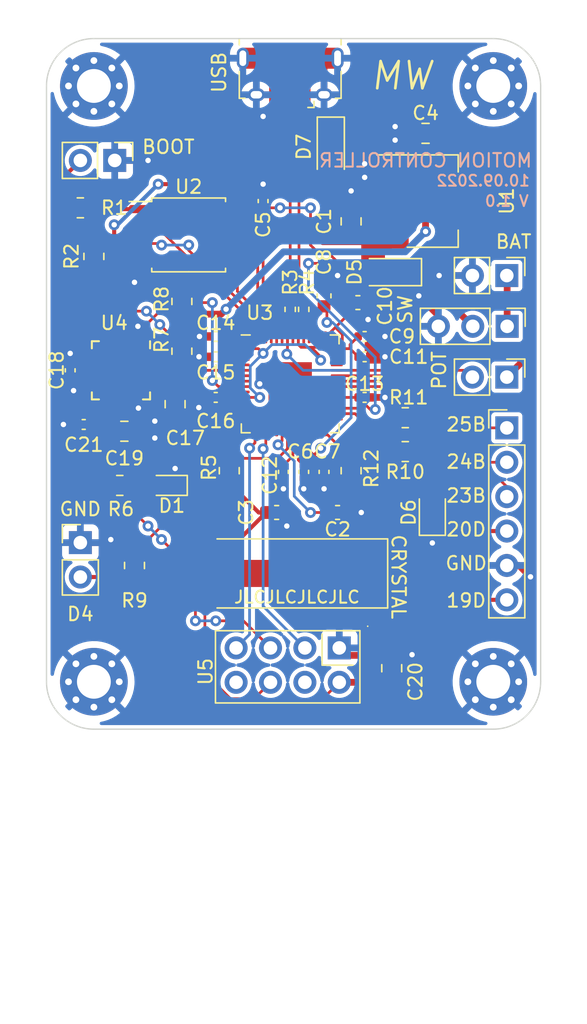
<source format=kicad_pcb>
(kicad_pcb (version 20211014) (generator pcbnew)
  (layers (0 "F.Cu" signal) (31 "B.Cu" power) (34 "B.Paste" user) (35 "F.Paste" user) (36 "B.SilkS" user "B.Silkscreen") (37 "F.SilkS" user "F.Silkscreen") (38 "B.Mask" user) (39 "F.Mask" user) (44 "Edge.Cuts" user))
  (net 0 "")
  (net 1 "BAT_IN")
  (net 2 "GND")
  (net 3 "+5V")
  (net 4 "XIN")
  (net 5 "Net-(C3-Pad2)")
  (net 6 "+3.3V")
  (net 7 "+3V3")
  (net 8 "+1V1")
  (net 9 "Net-(C17-Pad1)")
  (net 10 "Net-(C18-Pad1)")
  (net 11 "Net-(D1-Pad2)")
  (net 12 "BAT_OUT")
  (net 13 "Net-(D4-Pad2)")
  (net 14 "USB_D-")
  (net 15 "USB_D+")
  (net 17 "GPIO26")
  (net 18 "Net-(J5-Pad2)")
  (net 19 "Net-(R1-Pad1)")
  (net 20 "Net-(R3-Pad2)")
  (net 21 "Net-(R4-Pad2)")
  (net 22 "XOUT")
  (net 23 "SCL")
  (net 24 "SDA")
  (net 25 "QSPI_SD1")
  (net 26 "QSPI_SD2")
  (net 27 "QSPI_SD0")
  (net 28 "QSPI_SCLK")
  (net 29 "QSPI_SD3")
  (net 31 "GPIO9")
  (net 32 "SCK")
  (net 33 "MOSI")
  (net 34 "MISO")
  (net 35 "CE")
  (net 63 "GPIO25")
  (net 64 "GPIO24")
  (net 65 "GPIO23")
  (net 68 "Net-(D6-Pad2)")
  (net 69 "Net-(R12-Pad1)")
  (net 70 "GPIO19")
  (net 71 "GPIO20")
  (net 74 "Net-(D7-Pad1)")
  (net 80 "Net-(J6-Pad4)")
  (net 81 "Net-(J6-Pad6)")
  (footprint "Capacitor_SMD:C_0402_1005Metric" (layer "F.Cu") (at 215 116)
    (fp_text reference "C9")
    (fp_text value "100n")
  )
  (footprint "Resistor_SMD:R_0402_1005Metric" (layer "F.Cu") (at 210.5 114 -90)
    (fp_text reference "R4")
    (fp_text value "27.4")
  )
  (footprint "Capacitor_SMD:C_0603_1608Metric" (layer "F.Cu") (at 214.5 113.5)
    (fp_text reference "C10")
    (fp_text value "1u")
  )
  (footprint "MountingHole:MountingHole_2.5mm_Pad_Via" (layer "F.Cu") (at 195 97.5)
    (fp_text reference "H4")
    (fp_text value "MountingHole_Pad")
  )
  (footprint "Capacitor_SMD:C_0402_1005Metric" (layer "F.Cu") (at 209 126 -90)
    (fp_text reference "C12")
    (fp_text value "100n")
  )
  (footprint "MountingHole:MountingHole_2.5mm_Pad_Via" (layer "F.Cu") (at 224.5 141.5)
    (fp_text reference "H2")
    (fp_text value "MountingHole_Pad")
  )
  (footprint "Capacitor_SMD:C_0603_1608Metric" (layer "F.Cu") (at 212 113 90)
    (fp_text reference "C8")
    (fp_text value "1u")
  )
  (footprint "Capacitor_SMD:C_0805_2012Metric" (layer "F.Cu") (at 217 140.5 90)
    (fp_text reference "C20")
    (fp_text value "10u")
  )
  (footprint "Connector_USB:USB_Micro-B_Amphenol_10118194_Horizontal" (layer "F.Cu") (at 209.5 96.75 180)
    (fp_text reference "J1")
    (fp_text value "USB_B_Micro")
  )
  (footprint "Package_TO_SOT_SMD:SOT-223-3_TabPin2" (layer "F.Cu") (at 220 106)
    (fp_text reference "U1")
    (fp_text value "NCP1117-3.3_SOT223")
  )
  (footprint "MountingHole:MountingHole_2.5mm_Pad_Via" (layer "F.Cu") (at 195 141.5)
    (fp_text reference "H3")
    (fp_text value "MountingHole_Pad")
  )
  (footprint "Capacitor_SMD:C_0603_1608Metric" (layer "F.Cu") (at 213 129 180)
    (fp_text reference "C2")
    (fp_text value "30p")
  )
  (footprint "Capacitor_SMD:C_0402_1005Metric" (layer "F.Cu") (at 215 120.5)
    (fp_text reference "C13")
    (fp_text value "100n")
  )
  (footprint "Connector_PinHeader_2.54mm:PinHeader_1x03_P2.54mm_Vertical" (layer "F.Cu") (at 225.525 115.25 -90)
    (fp_text reference "J3")
    (fp_text value "POWER SWITCH")
  )
  (footprint "Diode_SMD:D_SOD-123F" (layer "F.Cu") (at 217 111.25 180)
    (fp_text reference "D5")
    (fp_text value "DIODE")
  )
  (footprint "Capacitor_SMD:C_0805_2012Metric" (layer "F.Cu") (at 214 107.5 90)
    (fp_text reference "C1")
    (fp_text value "10u")
  )
  (footprint "LED_SMD:LED_0603_1608Metric" (layer "F.Cu") (at 200.4125 127 180)
    (fp_text reference "D1")
    (fp_text value "LED")
  )
  (footprint "Connector_PinHeader_2.54mm:PinHeader_1x02_P2.54mm_Vertical" (layer "F.Cu") (at 196.54 103 -90)
    (fp_text reference "J5")
    (fp_text value "Conn_01x02")
  )
  (footprint "Capacitor_SMD:C_0603_1608Metric" (layer "F.Cu") (at 208.5 129 180)
    (fp_text reference "C3")
    (fp_text value "30p")
  )
  (footprint "Resistor_SMD:R_0805_2012Metric" (layer "F.Cu") (at 194 106.5 180)
    (fp_text reference "R1")
    (fp_text value "1k")
  )
  (footprint "Crystal:Crystal_SMD_HC49-SD" (layer "F.Cu") (at 210 133.5 180)
    (fp_text reference "Y1")
    (fp_text value "HD 72012000RW1 12mhz")
  )
  (footprint "Resistor_SMD:R_0805_2012Metric" (layer "F.Cu") (at 196.9125 127 180)
    (fp_text reference "R6")
    (fp_text value "1k")
  )
  (footprint "Resistor_SMD:R_0805_2012Metric" (layer "F.Cu") (at 218 124.5 180)
    (fp_text reference "R10")
    (fp_text value "1k")
  )
  (footprint "Connector_PinHeader_2.54mm:PinHeader_1x06_P2.54mm_Vertical" (layer "F.Cu") (at 225.5 122.75)
    (fp_text reference "J6")
    (fp_text value "Conn")
  )
  (footprint "Diode_SMD:D_SOD-123F" (layer "F.Cu") (at 212.5 102 -90)
    (fp_text reference "D7")
    (fp_text value "DIODE")
  )
  (footprint "Package_DFN_QFN:QFN-56-1EP_7x7mm_P0.4mm_EP3.2x3.2mm" (layer "F.Cu") (at 209.5 119.5)
    (fp_text reference "U3")
    (fp_text value "RP2040")
  )
  (footprint "Connector_PinHeader_2.54mm:PinHeader_1x02_P2.54mm_Vertical" (layer "F.Cu") (at 225.5 119 -90)
    (fp_text reference "J4")
    (fp_text value "POTENTIOMETR")
  )
  (footprint "RF_Module:nRF24L01_Breakout" (layer "F.Cu") (at 213.125 139 -90)
    (fp_text reference "U5")
    (fp_text value "NRF24L01_Breakout")
  )
  (footprint "Resistor_SMD:R_0805_2012Metric" (layer "F.Cu") (at 201.5 113.4125 90)
    (fp_text reference "R8")
    (fp_text value "2.2k")
  )
  (footprint "Capacitor_SMD:C_0402_1005Metric" (layer "F.Cu") (at 204 120.5 180)
    (fp_text reference "C16")
    (fp_text value "100n")
  )
  (footprint "Resistor_SMD:R_0805_2012Metric" (layer "F.Cu") (at 195 110.0875 90)
    (fp_text reference "R2")
    (fp_text value "DNF")
  )
  (footprint "Capacitor_SMD:C_0402_1005Metric" (layer "F.Cu") (at 210.5 126 -90)
    (fp_text reference "C6")
    (fp_text value "100n")
  )
  (footprint "Capacitor_SMD:C_0402_1005Metric" (layer "F.Cu") (at 204 117.5 180)
    (fp_text reference "C15")
    (fp_text value "100n")
  )
  (footprint "MountingHole:MountingHole_2.5mm_Pad_Via" (layer "F.Cu") (at 224.5 97.5)
    (fp_text reference "H1")
    (fp_text value "MountingHole_Pad")
  )
  (footprint "Capacitor_SMD:C_0402_1005Metric" (layer "F.Cu") (at 215 117.5)
    (fp_text reference "C11")
    (fp_text value "100n")
  )
  (footprint "Resistor_SMD:R_0805_2012Metric" (layer "F.Cu") (at 218 122 180)
    (fp_text reference "R11")
    (fp_text value "1k")
  )
  (footprint "Capacitor_SMD:C_0402_1005Metric" (layer "F.Cu") (at 193.25 118.5 90)
    (fp_text reference "C18")
    (fp_text value "0.1u")
  )
  (footprint "Resistor_SMD:R_0805_2012Metric" (layer "F.Cu") (at 205 125.9125 -90)
    (fp_text reference "R5")
    (fp_text value "1k")
  )
  (footprint "Connector_PinHeader_2.54mm:PinHeader_1x02_P2.54mm_Vertical" (layer "F.Cu") (at 194 131.225)
    (fp_text reference "D4")
    (fp_text value "LED")
  )
  (footprint "Connector_PinHeader_2.54mm:PinHeader_1x02_P2.54mm_Vertical" (layer "F.Cu") (at 225.5 111.5 -90)
    (fp_text reference "J2")
    (fp_text value "- baterry conector ")
  )
  (footprint "Capacitor_SMD:C_0805_2012Metric" (layer "F.Cu") (at 197.25 123 180)
    (fp_text reference "C19")
    (fp_text value "10nf")
  )
  (footprint "Package_SO:SOIC-8_5.23x5.23mm_P1.27mm" (layer "F.Cu") (at 202 108.5)
    (fp_text reference "U2")
    (fp_text value "W25Q128JVS")
  )
  (footprint "Capacitor_SMD:C_0805_2012Metric" (layer "F.Cu") (at 219.5 101 180)
    (fp_text reference "C4")
    (fp_text value "10u")
  )
  (footprint "Capacitor_SMD:C_0402_1005Metric" (layer "F.Cu") (at 204 116 180)
    (fp_text reference "C14")
    (fp_text value "100n")
  )
  (footprint "LED_SMD:LED_0805_2012Metric" (layer "F.Cu") (at 220 129 90)
    (fp_text reference "D6")
    (fp_text value "LED")
  )
  (footprint "Resistor_SMD:R_0805_2012Metric" (layer "F.Cu") (at 214 125.9125 -90)
    (fp_text reference "R12")
    (fp_text value "1k")
  )
  (footprint "Capacitor_SMD:C_0805_2012Metric" (layer "F.Cu") (at 201 121 -90)
    (fp_text reference "C17")
    (fp_text value "2.2n")
  )
  (footprint "Capacitor_SMD:C_0402_1005Metric" (layer "F.Cu") (at 212 126 -90)
    (fp_text reference "C7")
    (fp_text value "100n")
  )
  (footprint "Resistor_SMD:R_0402_1005Metric" (layer "F.Cu") (at 209.5 114 -90)
    (fp_text reference "R3")
    (fp_text value "27.4")
  )
  (footprint "Resistor_SMD:R_0805_2012Metric" (layer "F.Cu") (at 198 132.9125 90)
    (fp_text reference "R9")
    (fp_text value "1k")
  )
  (footprint "Capacitor_SMD:C_0402_1005Metric" (layer "F.Cu") (at 207.5 106 90)
    (fp_text reference "C5")
    (fp_text value "100n")
  )
  (footprint "Resistor_SMD:R_0805_2012Metric" (layer "F.Cu") (at 201.5 117.0875 -90)
    (fp_text reference "R7")
    (fp_text value "2.2k")
  )
  (footprint "Sensor_Motion:InvenSense_QFN-24_4x4mm_P0.5mm" (layer "F.Cu") (at 197 118.5 -90)
    (fp_text reference "U4")
    (fp_text value "MPU-6050")
  )
  (footprint "Capacitor_SMD:C_0402_1005Metric" (layer "F.Cu") (at 194.25 122.5 180)
    (fp_text reference "C21")
    (fp_text value "0.1u")
  )
  (gr_line (start 191.5 141.5) (end 191.5 97.5) (layer "Edge.Cuts") (width 0.1))
  (gr_line (start 195 94) (end 224.5 94) (layer "Edge.Cuts") (width 0.1))
  (gr_line (start 224.5 145) (end 195 145) (layer "Edge.Cuts") (width 0.1))
  (gr_arc (start 195 145) (mid 192.525126 143.974874) (end 191.5 141.5) (layer "Edge.Cuts") (width 0.1))
  (gr_arc (start 191.5 97.5) (mid 192.525126 95.025126) (end 195 94) (layer "Edge.Cuts") (width 0.1))
  (gr_arc (start 228 141.5) (mid 226.974874 143.974874) (end 224.5 145) (layer "Edge.Cuts") (width 0.1))
  (gr_line (start 228 97.5) (end 228 141.5) (layer "Edge.Cuts") (width 0.1))
  (gr_arc (start 224.5 94) (mid 226.974874 95.025126) (end 228 97.5) (layer "Edge.Cuts") (width 0.1))
  (gr_text "MOTION CONTROLLER" (at 219.5 103) (layer "B.SilkS") (effects (font (size 1 1)) (justify mirror)))
  (gr_text "V 1.0" (at 225.5 106) (layer "B.SilkS") (effects (font (size 0.8 0.8)) (justify mirror)))
  (gr_text "10.09.2022" (at 223.75 104.5) (layer "B.SilkS") (effects (font (size 0.8 0.8)) (justify mirror)))
  (gr_text "CRYSTAL" (at 217.5 133.75 -90) (layer "F.SilkS") (effects (font (size 1 1))))
  (gr_text "19D" (at 222.5 135.5) (layer "F.SilkS") (effects (font (size 1 1))))
  (gr_text "24B" (at 222.5 125.25) (layer "F.SilkS") (effects (font (size 1 1))))
  (gr_text "MW" (at 217.75 96.75) (layer "F.SilkS") (effects (font (size 2 2) (thickness 0.2) italic)))
  (gr_text "25B" (at 222.5 122.5) (layer "F.SilkS") (effects (font (size 1 1))))
  (gr_text "23B" (at 222.5 127.75) (layer "F.SilkS") (effects (font (size 1 1))))
  (gr_text "BAT\n" (at 226 109) (layer "F.SilkS") (effects (font (size 1 1))))
  (gr_text "20D" (at 222.5 130.25) (layer "F.SilkS") (effects (font (size 1 1))))
  (gr_text "JLCJLCJLCJLC" (at 210 135.25) (layer "F.SilkS") (effects (font (size 0.9 0.9))))
  (gr_text "POT" (at 220.5 118.5 90) (layer "F.SilkS") (effects (font (size 1 1))))
  (gr_text "SW\n" (at 218 114 90) (layer "F.SilkS") (effects (font (size 1 1))))
  (gr_text "GND" (at 222.5 132.75) (layer "F.SilkS") (effects (font (size 1 1))))
  (gr_text "BOOT\n" (at 200.5 102) (layer "F.SilkS") (effects (font (size 1 1))))
  (gr_text "GND" (at 194 128.75) (layer "F.SilkS") (effects (font (size 1 1))))
  (gr_text "USB" (at 204.25 96.5 90) (layer "F.SilkS") (effects (font (size 1 1))))
  (segment (start 225.525 115.25) (end 225.525 111.525) (width 0.5) (layer "F.Cu") (net 1))
  (segment (start 225.525 111.525) (end 225.5 111.5) (width 0.5) (layer "F.Cu") (net 1))
  (segment (start 203.52 116) (end 202.7995 116) (width 0.5) (layer "F.Cu") (net 2))
  (segment (start 210.5 95.45) (end 212.4 95.45) (width 0.5) (layer "F.Cu") (net 2))
  (segment (start 194.25 119.25) (end 193.5 120) (width 0.2) (layer "F.Cu") (net 2))
  (segment (start 217 139.55) (end 213.675 139.55) (width 0.5) (layer "F.Cu") (net 2))
  (segment (start 198.25 121.252243) (end 198.288128 121.290371) (width 0.2) (layer "F.Cu") (net 2))
  (segment (start 194 131.225) (end 196.025 131.225) (width 0.5) (layer "F.Cu") (net 2))
  (segment (start 220.445 115.25) (end 220.445 114.445) (width 0.5) (layer "F.Cu") (net 2))
  (segment (start 208.2 98.15) (end 207 98.15) (width 0.5) (layer "F.Cu") (net 2))
  (segment (start 218.45 139.55) (end 218.5 139.5) (width 0.5) (layer "F.Cu") (net 2))
  (segment (start 195.05 118.25) (end 193.48 118.25) (width 0.2) (layer "F.Cu") (net 2))
  (segment (start 196.54 103) (end 199 103) (width 0.5) (layer "F.Cu") (net 2))
  (segment (start 198.4 111.6) (end 198 112) (width 0.5) (layer "F.Cu") (net 2))
  (segment (start 217 139.55) (end 218.45 139.55) (width 0.5) (layer "F.Cu") (net 2))
  (segment (start 198.4 110.405) (end 198.4 111.6) (width 0.5) (layer "F.Cu") (net 2))
  (segment (start 226.41 132.91) (end 227.25 133.75) (width 0.5) (layer "F.Cu") (net 2))
  (segment (start 203.52 117.5) (end 202.768637 117.5) (width 0.5) (layer "F.Cu") (net 2))
  (segment (start 193.48 118.25) (end 193.25 118.02) (width 0.2) (layer "F.Cu") (net 2))
  (segment (start 202.768637 117.5) (end 202.764371 117.495734) (width 0.5) (layer "F.Cu") (net 2))
  (segment (start 220 129.9375) (end 220 131.25) (width 0.5) (layer "F.Cu") (net 2))
  (segment (start 209.275 129) (end 209.275 129.975) (width 0.5) (layer "F.Cu") (net 2))
  (segment (start 212 112.225) (end 212.275 112.225) (width 0.5) (layer "F.Cu") (net 2))
  (segment (start 212.275 112.225) (end 213 111.5) (width 0.5) (layer "F.Cu") (net 2))
  (segment (start 208.2 98.15) (end 208.2 99.05) (width 0.5) (layer "F.Cu") (net 2))
  (segment (start 196.025 131.225) (end 196.25 131) (width 0.5) (layer "F.Cu") (net 2))
  (segment (start 209.275 129.975) (end 209.25 130) (width 0.5) (layer "F.Cu") (net 2))
  (segment (start 198.25 120.45) (end 198.25 121.252243) (width 0.2) (layer "F.Cu") (net 2))
  (segment (start 201.2 127) (end 201.2 125.95) (width 0.5) (layer "F.Cu") (net 2))
  (segment (start 207.5 105.52) (end 207.5 104.75) (width 0.5) (layer "F.Cu") (net 2))
  (segment (start 222.96 111.5) (end 220.5 111.5) (width 0.5) (layer "F.Cu") (net 2))
  (segment (start 210.5 126.48) (end 210.5 127.25) (width 0.5) (layer "F.Cu") (net 2))
  (segment (start 212 126.48) (end 212 127.25) (width 0.5) (layer "F.Cu") (net 2))
  (segment (start 213.775 129) (end 214.75 129) (width 0.5) (layer "F.Cu") (net 2))
  (segment (start 209 126.48) (end 209 127.25) (width 0.5) (layer "F.Cu") (net 2))
  (segment (start 208.2 99.05) (end 207.5 99.75) (width 0.5) (layer "F.Cu") (net 2))
  (segment (start 220.445 114.445) (end 219 113) (width 0.5) (layer "F.Cu") (net 2))
  (segment (start 206.6 95.45) (end 208.5 95.45) (width 0.5) (layer "F.Cu") (net 2))
  (segment (start 208.2 95.75) (end 208.5 95.45) (width 0.5) (layer "F.Cu") (net 2))
  (segment (start 225.5 132.91) (end 226.41 132.91) (width 0.5) (layer "F.Cu") (net 2))
  (segment (start 201.2 125.95) (end 201 125.75) (width 0.5) (layer "F.Cu") (net 2))
  (segment (start 208.2 98.15) (end 208.2 95.75) (width 0.5) (layer "F.Cu") (net 2))
  (segment (start 209.5 119.5) (end 207.25 119.5) (width 0.5) (layer "F.Cu") (net 2))
  (segment (start 215.48 120.5) (end 216.5 120.5) (width 0.5) (layer "F.Cu") (net 2))
  (segment (start 198.25 116.55) (end 198.25 115.25) (width 0.2) (layer "F.Cu") (net 2))
  (segment (start 193.77 122.5) (end 192.75 122.5) (width 0.5) (layer "F.Cu") (net 2))
  (segment (start 212 98.15) (end 212 95.85) (width 0.5) (layer "F.Cu") (net 2))
  (segment (start 208.5 95.45) (end 210.5 95.45) (width 0.5) (layer "F.Cu") (net 2))
  (segment (start 212 95.85) (end 212.4 95.45) (width 0.5) (layer "F.Cu") (net 2))
  (segment (start 206 95.45) (end 206.6 95.45) (width 0.5) (layer "F.Cu") (net 2))
  (segment (start 213.675 139.55) (end 213.125 139) (width 0.5) (layer "F.Cu") (net 2))
  (segment (start 195.05 119.25) (end 194.25 119.25) (width 0.2) (layer "F.Cu") (net 2))
  (segment (start 193.25 118.02) (end 193.25 117.25) (width 0.2) (layer "F.Cu") (net 2))
  (via (at 214 105.25) (size 0.8) (drill 0.4) (layers "F.Cu" "B.Cu") (net 2))
  (via (at 202.75 121.25) (size 0.8) (drill 0.4) (layers "F.Cu" "B.Cu") (net 2))
  (via (at 215 104.25) (size 0.8) (drill 0.4) (layers "F.Cu" "B.Cu") (net 2))
  (via (at 199 103) (size 0.8) (drill 0.4) (layers "F.Cu" "B.Cu") (net 2))
  (via (at 220.5 111.5) (size 0.8) (drill 0.4) (layers "F.Cu" "B.Cu") (net 2))
  (via (at 209 127.25) (size 0.8) (drill 0.4) (layers "F.Cu" "B.Cu") (net 2))
  (via (at 196.25 131) (size 0.8) (drill 0.4) (layers "F.Cu" "B.Cu") (net 2))
  (via (at 219 113) (size 0.8) (drill 0.4) (layers "F.Cu" "B.Cu") (net 2))
  (via (at 198 112) (size 0.8) (drill 0.4) (layers "F.Cu" "B.Cu") (net 2))
  (via (at 193.25 117.25) (size 0.8) (drill 0.4) (layers "F.Cu" "B.Cu") (net 2))
  (via (at 218.5 139.5) (size 0.8) (drill 0.4) (layers "F.Cu" "B.Cu") (net 2))
  (via (at 199.5 122.25) (size 0.8) (drill 0.4) (layers "F.Cu" "B.Cu") (net 2))
  (via (at 193.5 120) (size 0.8) (drill 0.4) (layers "F.Cu" "B.Cu") (net 2))
  (via (at 202.764371 117.495734) (size 0.8) (drill 0.4) (layers "F.Cu" "B.Cu") (net 2))
  (via (at 215 103.25) (size 0.8) (drill 0.4) (layers "F.Cu" "B.Cu") (net 2))
  (via (at 210.5 127.25) (size 0.8) (drill 0.4) (layers "F.Cu" "B.Cu") (net 2))
  (via (at 201 125.75) (size 0.8) (drill 0.4) (layers "F.Cu" "B.Cu") (net 2))
  (via (at 192.75 122.5) (size 0.8) (drill 0.4) (layers "F.Cu" "B.Cu") (net 2))
  (via (at 216.5 120.5) (size 0.8) (drill 0.4) (layers "F.Cu" "B.Cu") (net 2))
  (via (at 213 111.5) (size 0.8) (drill 0.4) (layers "F.Cu" "B.Cu") (net 2))
  (via (at 217.25 100.5) (size 0.8) (drill 0.4) (layers "F.Cu" "B.Cu") (net 2))
  (via (at 216.5 116) (size 0.8) (drill 0.4) (layers "F.Cu" "B.Cu") (net 2))
  (via (at 214.75 129) (size 0.8) (drill 0.4) (layers "F.Cu" "B.Cu") (net 2))
  (via (at 202.7995 116) (size 0.8) (drill 0.4) (layers "F.Cu" "B.Cu") (net 2))
  (via (at 207.5 104.75) (size 0.8) (drill 0.4) (layers "F.Cu" "B.Cu") (net 2))
  (via (at 212 127.25) (size 0.8) (drill 0.4) (layers "F.Cu" "B.Cu") (net 2))
  (via (at 209.25 130) (size 0.8) (drill 0.4) (layers "F.Cu" "B.Cu") (net 2))
  (via (at 198.25 115.25) (size 0.8) (drill 0.4) (layers "F.Cu" "B.Cu") (net 2))
  (via (at 227.25 133.75) (size 0.8) (drill 0.4) (layers "F.Cu" "B.Cu") (net 2))
  (via (at 216.5 117.5) (size 0.8) (drill 0.4) (layers "F.Cu" "B.Cu") (net 2))
  (via (at 217.25 101.5) (size 0.8) (drill 0.4) (layers "F.Cu" "B.Cu") (net 2))
  (via (at 207.5 99.75) (size 0.8) (drill 0.4) (layers "F.Cu" "B.Cu") (net 2))
  (via (at 220 131.25) (size 0.8) (drill 0.4) (layers "F.Cu" "B.Cu") (net 2))
  (via (at 199.5 123.5) (size 0.8) (drill 0.4) (layers "F.Cu" "B.Cu") (net 2))
  (via (at 198.288128 121.290371) (size 0.8) (drill 0.4) (layers "F.Cu" "B.Cu") (net 2))
  (via (at 215.25 114.75) (size 0.8) (drill 0.4) (layers "F.Cu" "B.Cu") (net 2))
  (via (at 207.25 119.5) (size 0.8) (drill 0.4) (layers "F.Cu" "B.Cu") (net 2))
  (segment (start 216.5 107.95) (end 216.85 108.3) (width 0.5) (layer "F.Cu") (net 3))
  (segment (start 212.225 129) (end 214.25 131.025) (width 0.3) (layer "F.Cu") (net 4))
  (segment (start 208.9 123.698502) (end 208.599501 123.999001) (width 0.2) (layer "F.Cu") (net 4))
  (segment (start 208.9 122.9375) (end 208.9 123.698502) (width 0.2) (layer "F.Cu") (net 4))
  (segment (start 211 129) (end 212.225 129) (width 0.2) (layer "F.Cu") (net 4))
  (segment (start 214.25 131.025) (end 214.25 133.5) (width 0.3) (layer "F.Cu") (net 4))
  (via (at 211 129) (size 0.8) (drill 0.4) (layers "F.Cu" "B.Cu") (net 4))
  (via (at 208.599501 123.999001) (size 0.8) (drill 0.4) (layers "F.Cu" "B.Cu") (net 4))
  (segment (start 209.8 127.8) (end 211 129) (width 0.2) (layer "B.Cu") (net 4))
  (segment (start 209.8 125.1995) (end 209.8 127.8) (width 0.2) (layer "B.Cu") (net 4))
  (segment (start 208.599501 123.999001) (end 209.8 125.1995) (width 0.2) (layer "B.Cu") (net 4))
  (segment (start 207.175 129) (end 207.725 129) (width 0.3) (layer "F.Cu") (net 5))
  (segment (start 207.725 129) (end 205.75 130.975) (width 0.3) (layer "F.Cu") (net 5))
  (segment (start 205.75 130.975) (end 205.75 133.5) (width 0.3) (layer "F.Cu") (net 5))
  (segment (start 205 126.825) (end 207.175 129) (width 0.3) (layer "F.Cu") (net 5))
  (segment (start 199.994622 130.994622) (end 201.5 132.5) (width 0.2) (layer "F.Cu") (net 6))
  (segment (start 219.75 106) (end 223.15 106) (width 0.5) (layer "F.Cu") (net 6))
  (segment (start 194.73 122.5) (end 195.8 122.5) (width 0.2) (layer "F.Cu") (net 6))
  (segment (start 194 115.5) (end 195.369622 114.130378) (width 0.2) (layer "F.Cu") (net 6))
  (segment (start 194 117.15533) (end 194 116.25) (width 0.2) (layer "F.Cu") (net 6))
  (segment (start 219.5 108.25) (end 219.5 106.25) (width 0.5) (layer "F.Cu") (net 6))
  (segment (start 201.5 132.5) (end 201.5 140.75) (width 0.2) (layer "F.Cu") (net 6))
  (segment (start 204.4 114.35) (end 204.765366 113.984634) (width 0.5) (layer "F.Cu") (net 6))
  (segment (start 193.77 121.52) (end 194.73 121.52) (width 0.2) (layer "F.Cu") (net 6))
  (segment (start 227.364997 117.135003) (end 225.5 119) (width 0.5) (layer "F.Cu") (net 6))
  (segment (start 200.925 116.175) (end 201.5 116.175) (width 0.2) (layer "F.Cu") (net 6))
  (segment (start 194.73 121.52) (end 194.73 122.5) (width 0.2) (layer "F.Cu") (net 6))
  (segment (start 201.5 114.325) (end 201.5 116.175) (width 0.5) (layer "F.Cu") (net 6))
  (segment (start 196 127) (end 199 130) (width 0.2) (layer "F.Cu") (net 6))
  (segment (start 195.369622 114.130378) (end 198.880378 114.130378) (width 0.2) (layer "F.Cu") (net 6))
  (segment (start 227.364997 110.214997) (end 227.364997 117.135003) (width 0.5) (layer "F.Cu") (net 6))
  (segment (start 194.59467 117.75) (end 194 117.15533) (width 0.2) (layer "F.Cu") (net 6))
  (segment (start 223.15 106) (end 223.15 103.7) (width 0.5) (layer "F.Cu") (net 6))
  (segment (start 195.75 120.45) (end 194.73 121.47) (width 0.2) (layer "F.Cu") (net 6))
  (segment (start 192.25 116.5) (end 192.25 120) (width 0.2) (layer "F.Cu") (net 6))
  (segment (start 195.8 122.5) (end 196.3 123) (width 0.2) (layer "F.Cu") (net 6))
  (segment (start 196.3 126.7) (end 196 127) (width 0.2) (layer "F.Cu") (net 6))
  (segment (start 216.85 106) (end 219.75 106) (width 0.5) (layer "F.Cu") (net 6))
  (segment (start 204.5 143.75) (end 210.915 143.75) (width 0.2) (layer "F.Cu") (net 6))
  (segment (start 201.5 140.75) (end 204.5 143.75) (width 0.2) (layer "F.Cu") (net 6))
  (segment (start 194 116.25) (end 192.5 116.25) (width 0.2) (layer "F.Cu") (net 6))
  (segment (start 210.915 143.75) (end 213.125 141.54) (width 0.2) (layer "F.Cu") (net 6))
  (segment (start 223.15 103.7) (end 220.45 101) (width 0.5) (layer "F.Cu") (net 6))
  (segment (start 199.869622 115.119622) (end 200.925 116.175) (width 0.2) (layer "F.Cu") (net 6))
  (segment (start 194 116.25) (end 194 115.5) (width 0.2) (layer "F.Cu") (net 6))
  (segment (start 223.15 106) (end 227.364997 110.214997) (width 0.5) (layer "F.Cu") (net 6))
  (segment (start 192.25 120) (end 193.77 121.52) (width 0.2) (layer "F.Cu") (net 6))
  (segment (start 213.125 141.54) (end 216.91 141.54) (width 0.5) (layer "F.Cu") (net 6))
  (segment (start 196.3 123) (end 196.3 126.7) (width 0.2) (layer "F.Cu") (net 6))
  (segment (start 219.5 106.25) (end 219.75 106) (width 0.5) (layer "F.Cu") (net 6))
  (segment (start 201.5 114.325) (end 201.525 114.35) (width 0.5) (layer "F.Cu") (net 6))
  (segment (start 194.73 121.47) (end 194.73 121.52) (width 0.2) (layer "F.Cu") (net 6))
  (segment (start 216.91 141.54) (end 217 141.45) (width 0.5) (layer "F.Cu") (net 6))
  (segment (start 195.05 117.75) (end 194.59467 117.75) (width 0.2) (layer "F.Cu") (net 6))
  (segment (start 201.525 114.35) (end 204.4 114.35) (width 0.5) (layer "F.Cu") (net 6))
  (segment (start 192.5 116.25) (end 192.25 116.5) (width 0.2) (layer "F.Cu") (net 6))
  (via (at 199.994622 130.994622) (size 0.8) (drill 0.4) (layers "F.Cu" "B.Cu") (net 6))
  (via (at 199 130) (size 0.8) (drill 0.4) (layers "F.Cu" "B.Cu") (net 6))
  (via (at 204.765366 113.984634) (size 0.8) (drill 0.4) (layers "F.Cu" "B.Cu") (net 6))
  (via (at 219.5 108.25) (size 0.8) (drill 0.4) (layers "F.Cu" "B.Cu") (net 6))
  (via (at 199.869622 115.119622) (size 0.8) (drill 0.4) (layers "F.Cu" "B.Cu") (net 6))
  (via (at 198.880378 114.130378) (size 0.8) (drill 0.4) (layers "F.Cu" "B.Cu") (net 6))
  (segment (start 217.75 109.75) (end 218 109.75) (width 0.5) (layer "B.Cu") (net 6))
  (segment (start 204.765366 113.984634) (end 209 109.75) (width 0.5) (layer "B.Cu") (net 6))
  (segment (start 198.880378 114.130378) (end 199.869622 115.119622) (width 0.2) (layer "B.Cu") (net 6))
  (segment (start 209 109.75) (end 217.75 109.75) (width 0.5) (layer "B.Cu") (net 6))
  (segment (start 218 109.75) (end 219.5 108.25) (width 0.5) (layer "B.Cu") (net 6))
  (segment (start 199 130) (end 199.994622 130.994622) (width 0.2) (layer "B.Cu") (net 6))
  (segment (start 211.7 116.0625) (end 211.7 116.594975) (width 0.2) (layer "F.Cu") (net 7))
  (segment (start 204.48 117.5) (end 205.08 116.9) (width 0.2) (layer "F.Cu") (net 7))
  (segment (start 210.8495 110.5995) (end 212.9005 110.5995) (width 0.2) (layer "F.Cu") (net 7))
  (segment (start 213.92 116.6) (end 213.92 116.9) (width 0.2) (layer "F.Cu") (net 7))
  (segment (start 213.725 114.4375) (end 212.83125 115.33125) (width 0.2) (layer "F.Cu") (net 7))
  (segment (start 209.7 124.82) (end 209.7 122.9375) (width 0.2) (layer "F.Cu") (net 7))
  (segment (start 211.494975 116.8) (end 211.05 116.8) (width 0.2) (layer "F.Cu") (net 7))
  (segment (start 214.52 116) (end 213.92 116.6) (width 0.2) (layer "F.Cu") (net 7))
  (segment locked (start 204.48 116) (end 205.08 116.6) (width 0.2) (layer "F.Cu") (net 7))
  (segment (start 207.5 106.48) (end 205.715 106.48) (width 0.3) (layer "F.Cu") (net 7))
  (segment (start 211.05 116.8) (end 210.3 116.8) (width 0.2) (layer "F.Cu") (net 7))
  (segment (start 196.5 109.5) (end 195 111) (width 0.3) (layer "F.Cu") (net 7))
  (segment (start 211.75 121.75) (end 211.75 120.75) (width 0.2) (layer "F.Cu") (net 7))
  (segment (start 204.48 120.5) (end 206.0625 120.5) (width 0.2) (layer "F.Cu") (net 7))
  (segment (start 205.6 106.595) (end 205.595 106.595) (width 0.3) (layer "F.Cu") (net 7))
  (segment (start 214.52 120.5) (end 212.9375 120.5) (width 0.2) (layer "F.Cu") (net 7))
  (segment (start 211.7 116.594975) (end 211.494975 116.8) (width 0.2) (layer "F.Cu") (net 7))
  (segment (start 212 120.5) (end 212.9375 120.5) (width 0.2) (layer "F.Cu") (net 7))
  (segment (start 214.52 120.5) (end 215.411597 121.391597) (width 0.2) (layer "F.Cu") (net 7))
  (segment (start 207.25 120.5) (end 206.0625 120.5) (width 0.2) (layer "F.Cu") (net 7))
  (segment (start 212.23995 109.75) (end 211.5 109.75) (width 0.2) (layer "F.Cu") (net 7))
  (segment (start 207.5 117.25) (end 207.15 116.9) (width 0.2) (layer "F.Cu") (net 7))
  (segment (start 211.5 109.75) (end 211 109.25) (width 0.2) (layer "F.Cu") (net 7))
  (segment (start 209.7 122.3) (end 210 122) (width 0.2) (layer "F.Cu") (net 7))
  (segment (start 211.75 120.75) (end 212 120.5) (width 0.2) (layer "F.Cu") (net 7))
  (segment (start 207.15 116.9) (end 206.0625 116.9) (width 0.2) (layer "F.Cu") (net 7))
  (segment (start 208.75 106.5) (end 207.52 106.5) (width 0.2) (layer "F.Cu") (net 7))
  (segment (start 210.1 116.6) (end 210.1 116.0625) (width 0.2) (layer "F.Cu") (net 7))
  (segment (start 213.35 116.9) (end 212.9375 116.9) (width 0.2) (layer "F.Cu") (net 7))
  (segment (start 207.52 106.5) (end 207.5 106.48) (width 0.2) (layer "F.Cu") (net 7))
  (segment (start 205.595 106.595) (end 204.25 105.25) (width 0.3) (layer "F.Cu") (net 7))
  (segment (start 212.9005 110.5995) (end 212.994975 110.505025) (width 0.2) (layer "F.Cu") (net 7))
  (segment (start 215.411597 121.391597) (end 215.781737 121.391597) (width 0.2) (layer "F.Cu") (net 7))
  (segment (start 211.05 116.8) (end 211.75 117.5) (width 0.2) (layer "F.Cu") (net 7))
  (segment (start 211.5 122) (end 211.75 121.75) (width 0.2) (layer "F.Cu") (net 7))
  (segment (start 209.7 116.0625) (end 210.1 116.0625) (width 0.2) (layer "F.Cu") (net 7))
  (segment (start 211 109.25) (end 211 106.5) (width 0.2) (layer "F.Cu") (net 7))
  (segment (start 205.715 106.48) (end 205.6 106.595) (width 0.3) (layer "F.Cu") (net 7))
  (segment (start 213.725 111.23505) (end 212.994975 110.505025) (width 0.2) (layer "F.Cu") (net 7))
  (segment (start 210.3 116.8) (end 210.1 116.6) (width 0.2) (layer "F.Cu") (net 7))
  (segment (start 213.35 115.85) (end 213.35 116.9) (width 0.2) (layer "F.Cu") (net 7))
  (segment (start 205.08 116.9) (end 206.0625 116.9) (width 0.2) (layer "F.Cu") (net 7))
  (segment (start 209 125.52) (end 209.7 124.82) (width 0.2) (layer "F.Cu") (net 7))
  (segment (start 205.08 116.6) (end 205.08 116.9) (width 0.2) (layer "F.Cu") (net 7))
  (segment (start 196.5 107.75) (end 196.5 109.5) (width 0.3) (layer "F.Cu") (net 7))
  (segment (start 209.7 122.9375) (end 209.7 122.3) (width 0.2) (layer "F.Cu") (net 7))
  (segment (start 212.994975 110.505025) (end 212.23995 109.75) (width 0.2) (layer "F.Cu") (net 7))
  (segment (start 213.92 116.9) (end 213.35 116.9) (width 0.2) (layer "F.Cu") (net 7))
  (segment (start 211.75 117.5) (end 211.75 117.75) (width 0.2) (layer "F.Cu") (net 7))
  (segment (start 214.52 117.5) (end 213.92 116.9) (width 0.2) (layer "F.Cu") (net 7))
  (segment (start 210 122) (end 211.5 122) (width 0.2) (layer "F.Cu") (net 7))
  (segment (start 204.25 105.25) (end 203.75 104.75) (width 0.3) (layer "F.Cu") (net 7))
  (segment (start 213.725 113.5) (end 213.725 111.23505) (width 0.2) (layer "F.Cu") (net 7))
  (segment (start 213.725 113.5) (end 213.725 114.4375) (width 0.2) (layer "F.Cu") (net 7))
  (segment (start 212.1 116.0625) (end 211.7 116.0625) (width 0.2) (layer "F.Cu") (net 7))
  (segment (start 203.75 104.75) (end 199.75 104.75) (width 0.3) (layer "F.Cu") (net 7))
  (segment (start 212.83125 115.33125) (end 212.1 116.0625) (width 0.2) (layer "F.Cu") (net 7))
  (segment (start 212.83125 115.33125) (end 213.35 115.85) (width 0.2) (layer "F.Cu") (net 7))
  (via (at 208.75 106.5) (size 0.8) (drill 0.4) (layers "F.Cu" "B.Cu") (net 7))
  (via (at 207.25 120.5) (size 0.8) (drill 0.4) (layers "F.Cu" "B.Cu") (net 7))
  (via (at 215.781737 121.391597) (size 0.8) (drill 0.4) (layers "F.Cu" "B.Cu") (net 7))
  (via (at 211.75 117.75) (size 0.8) (drill 0.4) (layers "F.Cu" "B.Cu") (net 7))
  (via (at 210.8495 110.5995) (size 0.8) (drill 0.4) (layers "F.Cu" "B.Cu") (net 7))
  (via (at 196.5 107.75) (size 0.8) (drill 0.4) (layers "F.Cu" "B.Cu") (net 7))
  (via (at 211 106.5) (size 0.8) (drill 0.4) (layers "F.Cu" "B.Cu") (net 7))
  (via (at 199.75 104.75) (size 0.8) (drill 0.4) (layers "F.Cu" "B.Cu") (net 7))
  (via (at 207.5 117.25) (size 0.8) (drill 0.4) (layers "F.Cu" "B.Cu") (net 7))
  (segment (start 206.55 119.8) (end 207.25 120.5) (width 0.2) (layer "B.Cu") (net 7))
  (segment (start 208.149502 116.600498) (end 207.5 117.25) (width 0.2) (layer "B.Cu") (net 7))
  (segment (start 207.5 117.25) (end 206.55 118.2) (width 0.2) (layer "B.Cu") (net 7))
  (segment (start 206.55 118.2) (end 206.55 119.8) (width 0.2) (layer "B.Cu") (net 7))
  (segment (start 199.75 104.75) (end 196.75 107.75) (width 0.3) (layer "B.Cu") (net 7))
  (segment (start 211 106.5) (end 208.75 106.5) (width 0.2) (layer "B.Cu") (net 7))
  (segment (start 211.75 117.75) (end 210.600498 116.600498) (width 0.2) (layer "B.Cu") (net 7))
  (segment (start 196.75 107.75) (end 196.5 107.75) (width 0.3) (layer "B.Cu") (net 7))
  (segment (start 210.8495 112.60955) (end 210.8495 110.5995) (width 0.2) (layer "B.Cu") (net 7))
  (segment (start 210.600498 116.600498) (end 208.149502 116.600498) (width 0.2) (layer "B.Cu") (net 7))
  (segment (start 215.781737 117.541787) (end 210.8495 112.60955) (width 0.2) (layer "B.Cu") (net 7))
  (segment (start 215.781737 121.391597) (end 215.781737 117.541787) (width 0.2) (layer "B.Cu") (net 7))
  (segment (start 210.5 125.52) (end 210.1 125.12) (width 0.2) (layer "F.Cu") (net 8))
  (segment (start 211.3 114.475) (end 211.3 116.0625) (width 0.2) (layer "F.Cu") (net 8))
  (segment (start 210.1 123.62) (end 211.24 124.76) (width 0.2) (layer "F.Cu") (net 8))
  (segment (start 209.3 117.250498) (end 209.25 117.300498) (width 0.2) (layer "F.Cu") (net 8))
  (segment (start 212.211628 114.961628) (end 212.211628 113.986628) (width 0.2) (layer "F.Cu") (net 8))
  (segment (start 210.1 125.12) (end 210.1 122.9375) (width 0.2) (layer "F.Cu") (net 8))
  (segment (start 209.3 116.0625) (end 209.3 117.250498) (width 0.2) (layer "F.Cu") (net 8))
  (segment (start 210.1 122.9375) (end 210.1 123.62) (width 0.2) (layer "F.Cu") (net 8))
  (segment (start 212 113.775) (end 211.3 114.475) (width 0.2) (layer "F.Cu") (net 8))
  (segment (start 212.211628 113.986628) (end 212 113.775) (width 0.2) (layer "F.Cu") (net 8))
  (segment (start 211.24 124.76) (end 212 125.52) (width 0.2) (layer "F.Cu") (net 8))
  (segment (start 211.24 124.76) (end 211.75 124.25) (width 0.2) (layer "F.Cu") (net 8))
  (via (at 209.25 117.300498) (size 0.8) (drill 0.4) (layers "F.Cu" "B.Cu") (net 8))
  (via (at 211.75 124.25) (size 0.8) (drill 0.4) (layers "F.Cu" "B.Cu") (net 8))
  (via (at 212.211628 114.961628) (size 0.8) (drill 0.4) (layers "F.Cu" "B.Cu") (net 8))
  (segment (start 214 117.5) (end 214 116.325736) (width 0.2) (layer "B.Cu") (net 8))
  (segment (start 211.75 124.25) (end 214 122) (width 0.2) (layer "B.Cu") (net 8))
  (segment (start 214 118.5) (end 214 117.5) (width 0.2) (layer "B.Cu") (net 8))
  (segment (start 212.635892 114.961628) (end 212.211628 114.961628) (width 0.2) (layer "B.Cu") (net 8))
  (segment (start 210.449502 118.5) (end 214 118.5) (width 0.2) (layer "B.Cu") (net 8))
  (segment (start 209.25 117.300498) (end 210.449502 118.5) (width 0.2) (layer "B.Cu") (net 8))
  (segment (start 214 116.325736) (end 212.635892 114.961628) (width 0.2) (layer "B.Cu") (net 8))
  (segment (start 214 122) (end 214 118.5) (width 0.2) (layer "B.Cu") (net 8))
  (segment (start 198.95 119.25) (end 200.2 119.25) (width 0.2) (layer "F.Cu") (net 9))
  (segment (start 200.2 119.25) (end 201 120.05) (width 0.2) (layer "F.Cu") (net 9))
  (segment (start 193.25 118.98) (end 193.48 118.75) (width 0.2) (layer "F.Cu") (net 10))
  (segment (start 193.48 118.75) (end 195.05 118.75) (width 0.2) (layer "F.Cu") (net 10))
  (segment (start 197.825 127) (end 199.625 127) (width 0.3) (layer "F.Cu") (net 11))
  (segment (start 218.985 111.25) (end 218.4 111.25) (width 0.5) (layer "F.Cu") (net 12))
  (segment (start 222.985 115.25) (end 218.985 111.25) (width 0.5) (layer "F.Cu") (net 12))
  (segment (start 197.94 133.765) (end 194 133.765) (width 0.3) (layer "F.Cu") (net 13))
  (segment (start 198 133.825) (end 197.94 133.765) (width 0.3) (layer "F.Cu") (net 13))
  (segment (start 210.15 98.15) (end 210.15 113.14) (width 0.2) (layer "F.Cu") (net 14))
  (segment (start 210.15 113.14) (end 210.5 113.49) (width 0.2) (layer "F.Cu") (net 14))
  (segment (start 209.5 98.15) (end 209.5 113.49) (width 0.2) (layer "F.Cu") (net 15))
  (segment (start 222.46 118.5) (end 222.96 119) (width 0.2) (layer "F.Cu") (net 17))
  (segment (start 212.9375 118.5) (end 222.46 118.5) (width 0.2) (layer "F.Cu") (net 17))
  (segment (start 193.0875 106.5) (end 193.0875 103.9125) (width 0.3) (layer "F.Cu") (net 18))
  (segment (start 193.0875 103.9125) (end 194 103) (width 0.3) (layer "F.Cu") (net 18))
  (segment (start 194.9125 109.0875) (end 195 109.175) (width 0.3) (layer "F.Cu") (net 19))
  (segment (start 194.9125 106.5) (end 194.9125 109.0875) (width 0.3) (layer "F.Cu") (net 19))
  (segment (start 195.0075 106.595) (end 198.4 106.595) (width 0.3) (layer "F.Cu") (net 19))
  (segment (start 194.9125 106.5) (end 195.0075 106.595) (width 0.3) (layer "F.Cu") (net 19))
  (segment (start 210.5 116.0625) (end 210.5 115.51) (width 0.2) (layer "F.Cu") (net 20))
  (segment (start 210.5 115.51) (end 209.5 114.51) (width 0.2) (layer "F.Cu") (net 20))
  (segment (start 210.9 116.0625) (end 210.9 114.91) (width 0.2) (layer "F.Cu") (net 21))
  (segment (start 210.9 114.91) (end 210.5 114.51) (width 0.2) (layer "F.Cu") (net 21))
  (segment (start 205 125) (end 208.587746 125) (width 0.2) (layer "F.Cu") (net 22))
  (segment (start 209.3 124.287746) (end 209.3 122.9375) (width 0.2) (layer "F.Cu") (net 22))
  (segment (start 208.587746 125) (end 209.3 124.287746) (width 0.2) (layer "F.Cu") (net 22))
  (segment (start 201.5 118) (end 202 118.5) (width 0.2) (layer "F.Cu") (net 23))
  (segment (start 202 118.5) (end 206.0625 118.5) (width 0.2) (layer "F.Cu") (net 23))
  (segment (start 201.25 117.75) (end 201.5 118) (width 0.2) (layer "F.Cu") (net 23))
  (segment (start 198.95 117.75) (end 201.25 117.75) (width 0.2) (layer "F.Cu") (net 23))
  (segment (start 203.75 119.25) (end 204.2 119.7) (width 0.2) (layer "F.Cu") (net 24))
  (segment (start 202.5 113.5) (end 203.75 113.5) (width 0.2) (layer "F.Cu") (net 24))
  (segment (start 198.95 115.05) (end 201.5 112.5) (width 0.2) (layer "F.Cu") (net 24))
  (segment (start 204.2 119.7) (end 206.0625 119.7) (width 0.2) (layer "F.Cu") (net 24))
  (segment (start 201.5 112.5) (end 202.5 113.5) (width 0.2) (layer "F.Cu") (net 24))
  (segment (start 198.95 117.25) (end 198.95 115.05) (width 0.2) (layer "F.Cu") (net 24))
  (via (at 203.75 113.5) (size 0.8) (drill 0.4) (layers "F.Cu" "B.Cu") (net 24))
  (via (at 203.75 119.25) (size 0.8) (drill 0.4) (layers "F.Cu" "B.Cu") (net 24))
  (segment (start 203.75 113.5) (end 203.75 119.25) (width 0.2) (layer "B.Cu") (net 24))
  (segment (start 199.634975 107.865) (end 207.3 115.530025) (width 0.2) (layer "F.Cu") (net 25))
  (segment (start 198.4 107.865) (end 199.634975 107.865) (width 0.2) (layer "F.Cu") (net 25))
  (segment (start 207.3 115.530025) (end 207.3 116.0625) (width 0.2) (layer "F.Cu") (net 25))
  (segment (start 202.004609 109.245391) (end 202.004609 109.635981) (width 0.2) (layer "F.Cu") (net 26))
  (segment (start 199.885 109.135) (end 200 109.25) (width 0.2) (layer "F.Cu") (net 26))
  (segment (start 207.7 115.331372) (end 207.7 116.0625) (width 0.2) (layer "F.Cu") (net 26))
  (segment (start 202.004609 109.635981) (end 207.7 115.331372) (width 0.2) (layer "F.Cu") (net 26))
  (segment (start 198.4 109.135) (end 199.885 109.135) (width 0.2) (layer "F.Cu") (net 26))
  (via (at 202.004609 109.245391) (size 0.8) (drill 0.4) (layers "F.Cu" "B.Cu") (net 26))
  (via (at 200 109.25) (size 0.8) (drill 0.4) (layers "F.Cu" "B.Cu") (net 26))
  (segment (start 202 109.25) (end 202.004609 109.245391) (width 0.2) (layer "B.Cu") (net 26))
  (segment (start 200 109.25) (end 202 109.25) (width 0.2) (layer "B.Cu") (net 26))
  (segment (start 205.6 112.665686) (end 205.6 110.405) (width 0.2) (layer "F.Cu") (net 27))
  (segment (start 208.1 116.0625) (end 208.1 115.165686) (width 0.2) (layer "F.Cu") (net 27))
  (segment (start 208.1 115.165686) (end 205.6 112.665686) (width 0.2) (layer "F.Cu") (net 27))
  (segment (start 208.5 115) (end 208.5 116.0625) (width 0.2) (layer "F.Cu") (net 28))
  (segment (start 206.47071 109.135) (end 207.1 109.76429) (width 0.2) (layer "F.Cu") (net 28))
  (segment (start 207.1 113.6) (end 208.5 115) (width 0.2) (layer "F.Cu") (net 28))
  (segment (start 205.6 109.135) (end 206.47071 109.135) (width 0.2) (layer "F.Cu") (net 28))
  (segment (start 207.1 109.76429) (end 207.1 113.6) (width 0.2) (layer "F.Cu") (net 28))
  (segment (start 208.9 116.0625) (end 208.9 114.812254) (width 0.2) (layer "F.Cu") (net 29))
  (segment (start 207.5 109.598604) (end 205.766396 107.865) (width 0.2) (layer "F.Cu") (net 29))
  (segment (start 205.766396 107.865) (end 205.6 107.865) (width 0.2) (layer "F.Cu") (net 29))
  (segment (start 208.9 114.812254) (end 207.5 113.412254) (width 0.2) (layer "F.Cu") (net 29))
  (segment (start 207.5 113.412254) (end 207.5 109.598604) (width 0.2) (layer "F.Cu") (net 29))
  (segment (start 201.9375 128.0625) (end 198 132) (width 0.2) (layer "F.Cu") (net 31))
  (segment (start 201.9375 124.0625) (end 201.9375 128.0625) (width 0.2) (layer "F.Cu") (net 31))
  (segment (start 204.7 121.3) (end 201.9375 124.0625) (width 0.2) (layer "F.Cu") (net 31))
  (segment (start 206.0625 121.3) (end 204.7 121.3) (width 0.2) (layer "F.Cu") (net 31))
  (segment (start 205.05 121.7) (end 206.0625 121.7) (width 0.2) (layer "F.Cu") (net 32))
  (segment (start 202.5 124.25) (end 205.05 121.7) (width 0.2) (layer "F.Cu") (net 32))
  (segment (start 202.5 137) (end 202.5 124.25) (width 0.2) (layer "F.Cu") (net 32))
  (segment (start 208.045 139) (end 206.045 137) (width 0.2) (layer "F.Cu") (net 32))
  (segment (start 206.045 137) (end 204 137) (width 0.2) (layer "F.Cu") (net 32))
  (via (at 202.5 137) (size 0.8) (drill 0.4) (layers "F.Cu" "B.Cu") (net 32))
  (via (at 204 137) (size 0.8) (drill 0.4) (layers "F.Cu" "B.Cu") (net 32))
  (segment (start 204 137) (end 202.5 137) (width 0.2) (layer "B.Cu") (net 32))
  (segment (start 203.2 140.861346) (end 205.088654 142.75) (width 0.2) (layer "F.Cu") (net 33))
  (segment (start 206.835 142.75) (end 208.045 141.54) (width 0.2) (layer "F.Cu") (net 33))
  (segment (start 206.0625 122.1) (end 203.2 124.9625) (width 0.2) (layer "F.Cu") (net 33))
  (segment (start 205.088654 142.75) (end 206.835 142.75) (width 0.2) (layer "F.Cu") (net 33))
  (segment (start 203.2 124.9625) (end 203.2 140.861346) (width 0.2) (layer "F.Cu") (net 33))
  (segment (start 206.9 123.85) (end 206.5 124.25) (width 0.2) (layer "F.Cu") (net 34))
  (segment (start 206.9 122.9375) (end 206.9 123.85) (width 0.2) (layer "F.Cu") (net 34))
  (via (at 206.5 124.25) (size 0.8) (drill 0.4) (layers "F.Cu" "B.Cu") (net 34))
  (segment (start 206.5 138.005) (end 205.505 139) (width 0.2) (layer "B.Cu") (net 34))
  (segment (start 206.5 124.25) (end 206.5 138.005) (width 0.2) (layer "B.Cu") (net 34))
  (segment (start 207.7 124.1005) (end 207.5 124.3005) (width 0.2) (layer "F.Cu") (net 35))
  (segment (start 207.7 122.9375) (end 207.7 124.1005) (width 0.2) (layer "F.Cu") (net 35))
  (via (at 207.5 124.3005) (size 0.8) (drill 0.4) (layers "F.Cu" "B.Cu") (net 35))
  (segment (start 207.5 124.3005) (end 207.5 135.915) (width 0.2) (layer "B.Cu") (net 35))
  (segment (start 207.5 135.915) (end 210.585 139) (width 0.2) (layer "B.Cu") (net 35))
  (segment (start 222.5 122.75) (end 225.5 122.75) (width 0.2) (layer "F.Cu") (net 63))
  (segment (start 218.65 118.9) (end 222.5 122.75) (width 0.2) (layer "F.Cu") (net 63))
  (segment (start 212.9375 118.9) (end 218.65 118.9) (width 0.2) (layer "F.Cu") (net 63))
  (segment (start 224.258503 125.29) (end 225.5 125.29) (width 0.2) (layer "F.Cu") (net 64))
  (segment (start 212.9375 119.3) (end 218.268503 119.3) (width 0.2) (layer "F.Cu") (net 64))
  (segment (start 218.268503 119.3) (end 224.258503 125.29) (width 0.2) (layer "F.Cu") (net 64))
  (segment (start 212.9375 119.7) (end 218.102817 119.7) (width 0.2) (layer "F.Cu") (net 65))
  (segment (start 225.5 127.097183) (end 225.5 127.83) (width 0.2) (layer "F.Cu") (net 65))
  (segment (start 218.102817 119.7) (end 225.5 127.097183) (width 0.2) (layer "F.Cu") (net 65))
  (segment (start 214 126.825) (end 218.7625 126.825) (width 0.3) (layer "F.Cu") (net 68))
  (segment (start 218.7625 126.825) (end 220 128.0625) (width 0.3) (layer "F.Cu") (net 68))
  (segment (start 212.1 122.9375) (end 212.1 123.1) (width 0.2) (layer "F.Cu") (net 69))
  (segment (start 212.1 123.1) (end 214 125) (width 0.2) (layer "F.Cu") (net 69))
  (segment (start 212.9375 121.7) (end 214.2875 121.7) (width 0.2) (layer "F.Cu") (net 70))
  (segment (start 214.2875 121.7) (end 217.0875 124.5) (width 0.2) (layer "F.Cu") (net 70))
  (segment (start 215.5 122.25) (end 216.8375 122.25) (width 0.2) (layer "F.Cu") (net 71))
  (segment (start 214.55 121.3) (end 215.5 122.25) (width 0.2) (layer "F.Cu") (net 71))
  (segment (start 216.8375 122.25) (end 217.0875 122) (width 0.2) (layer "F.Cu") (net 71))
  (segment (start 212.9375 121.3) (end 214.55 121.3) (width 0.2) (layer "F.Cu") (net 71))
  (segment (start 212.5 100.6) (end 210.8 98.9) (width 0.3) (layer "F.Cu") (net 74))
  (segment (start 210.8 98.9) (end 210.8 98.15) (width 0.3) (layer "F.Cu") (net 74))
  (segment (start 222 128.75) (end 223.62 130.37) (width 0.3) (layer "F.Cu") (net 80))
  (segment (start 222 125.0875) (end 222 128.75) (width 0.3) (layer "F.Cu") (net 80))
  (segment (start 218.9125 122) (end 222 125.0875) (width 0.3) (layer "F.Cu") (net 80))
  (segment (start 223.62 130.37) (end 225.5 130.37) (width 0.3) (layer "F.Cu") (net 80))
  (segment (start 223.45 135.45) (end 225.5 135.45) (width 0.3) (layer "F.Cu") (net 81))
  (segment (start 221.25 126.8375) (end 221.25 133.25) (width 0.3) (layer "F.Cu") (net 81))
  (segment (start 218.9125 124.5) (end 221.25 126.8375) (width 0.3) (layer "F.Cu") (net 81))
  (segment (start 221.25 133.25) (end 223.45 135.45) (width 0.3) (layer "F.Cu") (net 81))
  (zone (net 2) (net_name "GND") (layer "F.Cu") (connect_pads yes (clearance 0.3)) (min_thickness 0.25) (fill yes (thermal_gap 0.508) (thermal_bridge_width 0.508))
    (polygon (pts (xy 216 114.5) (xy 217 115.5) (xy 217 118) (xy 215 118) (xy 215 115.5) (xy 214.5 115) (xy 214.5 112.75) (xy 216 112.75)))
  )
  (zone (net 3) (net_name "+5V") (layer "F.Cu") (connect_pads yes (clearance 0.3)) (min_thickness 0.25) (fill yes (thermal_gap 0.508) (thermal_bridge_width 0.508))
    (polygon (pts (xy 213.25 104) (xy 212.5 104.75) (xy 212.5 107.75) (xy 215.25 107.75) (xy 215.75 107.25) (xy 218.25 107.25) (xy 218.25 109.5) (xy 217 109.5) (xy 216.5 110) (xy 216.5 112) (xy 214.75 112) (xy 214.75 109.25) (xy 211.75 109.25) (xy 211.75 102.5) (xy 213.25 102.5)))
  )
  (zone (net 2) (net_name "GND") (layer "F.Cu") (connect_pads yes (clearance 0.3)) (min_thickness 0.25) (fill yes (thermal_gap 0.508) (thermal_bridge_width 0.508))
    (polygon (pts (xy 204 120.75) (xy 200.75 124) (xy 197.5 124) (xy 197.5 121.75) (xy 200 121.75) (xy 200 121.25) (xy 202 121.25) (xy 203 120.25) (xy 203 120) (xy 204 120)))
  )
  (zone (net 2) (net_name "GND") (layer "F.Cu") (connect_pads yes (clearance 0.3)) (min_thickness 0.25) (fill yes (thermal_gap 0.508) (thermal_bridge_width 0.508))
    (polygon (pts (xy 219.25 104.75) (xy 215 104.75) (xy 215 107.25) (xy 213 107.25) (xy 213 104.75) (xy 214.5 104.75) (xy 214.5 102.5) (xy 216.75 102.5) (xy 216.75 100) (xy 219.25 100)))
  )
  (zone (net 2) (net_name "GND") (layer "B.Cu") (connect_pads (clearance 0.3)) (min_thickness 0.25) (fill yes (thermal_gap 0.5) (thermal_bridge_width 0.5))
    (polygon (pts (xy 228 145) (xy 191.5 145) (xy 191.5 94) (xy 228 94)))
  )
)
</source>
